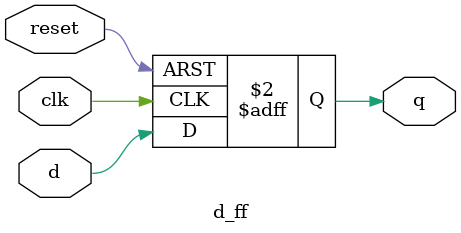
<source format=sv>
module d_ff (
    input logic clk,
    input logic reset,
    input logic d,
    output logic q
);

always_ff @(posedge clk or posedge reset) begin
    if (reset)
        q <= 0;
    else
        q <= d;
end

endmodule


</source>
